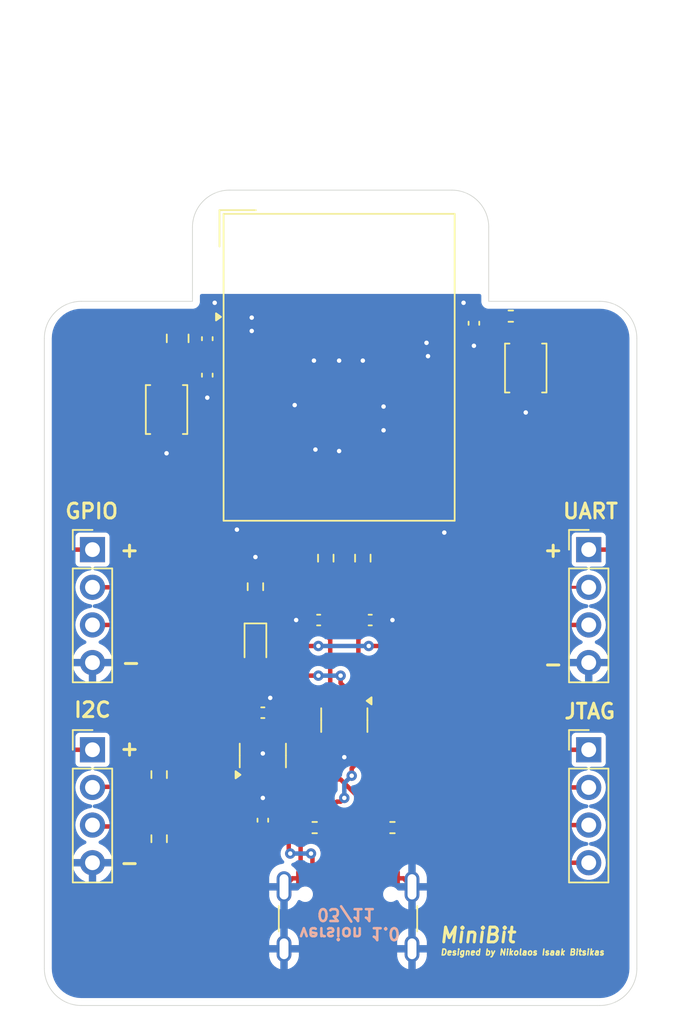
<source format=kicad_pcb>
(kicad_pcb (version 20240108) (generator "pcbnew") (generator_version "8.0")
  (title_block (title "MiniBit PCB") (date "2024-11-03") (rev "1.0") (company "Nikolaos Isaak Bitsikas"))
  (layers (0 "F.Cu" signal) (31 "B.Cu" signal) (34 "B.Paste" user) (35 "F.Paste" user) (36 "B.SilkS" user "B.Silkscreen") (37 "F.SilkS" user "F.Silkscreen") (38 "B.Mask" user) (39 "F.Mask" user) (44 "Edge.Cuts" user))
  (net 0 "")
  (net 1 "GND")
  (net 2 "+3.3V")
  (net 3 "RESET")
  (net 4 "BOOT")
  (net 5 "VBUS")
  (net 6 "USB_D-")
  (net 7 "USB_D+")
  (net 8 "Net-(D1-K)")
  (net 9 "+5V")
  (net 10 "D-")
  (net 11 "D+")
  (net 12 "Net-(J5-CC1)")
  (net 14 "TX")
  (net 15 "RX")
  (net 16 "TDI")
  (net 17 "TDO")
  (net 18 "TMS")
  (net 19 "TCK")
  (net 20 "SDA")
  (net 21 "SCL")
  (net 22 "IO4")
  (net 23 "IO5")
  (net 24 "Net-(J5-CC2)")
  (net 53 "/USB_N")
  (net 54 "/USB_P")
  (footprint "Button_Switch_SMD:SW_SPST_B3U-1000P" (layer "F.Cu") (at 136.25 78.05625 90)
    (property "Reference" "SW2")
    (property "Value" "SW_SPST")
  )
  (footprint "Capacitor_SMD:C_0402_1005Metric" (layer "F.Cu") (at 150 92.25625)
    (property "Reference" "C8")
    (property "Value" "10nF")
  )
  (footprint "Package_TO_SOT_SMD:SOT-23-6" (layer "F.Cu") (at 148.25 99.00625 -90)
    (property "Reference" "U2")
    (property "Value" "USBLC6-2SC6")
  )
  (footprint "Button_Switch_SMD:SW_SPST_B3U-1000P" (layer "F.Cu") (at 160.5 75.25625 90)
    (property "Reference" "SW1")
    (property "Value" "SW_SPST")
  )
  (footprint "Connector_PinHeader_2.54mm:PinHeader_1x04_P2.54mm_Vertical" (layer "F.Cu") (at 131.25 101.00625)
    (property "Reference" "J1")
    (property "Value" "Conn_01x04_Pin")
  )
  (footprint "Fuse:Fuse_0402_1005Metric" (layer "F.Cu") (at 144.5 106.27125 90)
    (property "Reference" "F1")
    (property "Value" "500mA")
  )
  (footprint "Capacitor_SMD:C_0402_1005Metric" (layer "F.Cu") (at 142.75 98.50625)
    (property "Reference" "C6")
    (property "Value" "1μF")
  )
  (footprint "Resistor_SMD:R_0402_1005Metric" (layer "F.Cu") (at 146.25 106.25625)
    (property "Reference" "R3")
    (property "Value" "5.1k")
  )
  (footprint "Capacitor_SMD:C_0402_1005Metric" (layer "F.Cu") (at 139 75.73625 -90)
    (property "Reference" "C4")
    (property "Value" "0.1μF")
  )
  (footprint "Connector_PinHeader_2.54mm:PinHeader_1x04_P2.54mm_Vertical" (layer "F.Cu") (at 164.75 101.00625)
    (property "Reference" "J3")
    (property "Value" "Conn_01x04_Pin")
  )
  (footprint "Capacitor_SMD:C_0402_1005Metric" (layer "F.Cu") (at 157 72.23625 -90)
    (property "Reference" "C3")
    (property "Value" "0.1μF")
  )
  (footprint "Capacitor_SMD:C_0805_2012Metric" (layer "F.Cu") (at 137 73.25625 90)
    (property "Reference" "C2")
    (property "Value" "22μF")
  )
  (footprint "Connector_PinHeader_2.54mm:PinHeader_1x04_P2.54mm_Vertical" (layer "F.Cu") (at 131.25 87.50625)
    (property "Reference" "J4")
    (property "Value" "Conn_01x04_Pin")
  )
  (footprint "Capacitor_SMD:C_0402_1005Metric" (layer "F.Cu") (at 142.75 105.75625 90)
    (property "Reference" "C5")
    (property "Value" "1μF")
  )
  (footprint "Capacitor_SMD:C_0402_1005Metric" (layer "F.Cu") (at 139 73.27625 90)
    (property "Reference" "C1")
    (property "Value" "0.1μF")
  )
  (footprint "Resistor_SMD:R_0402_1005Metric" (layer "F.Cu") (at 159.49 71.75625 180)
    (property "Reference" "R1")
    (property "Value" "10k")
  )
  (footprint "Resistor_SMD:R_0603_1608Metric" (layer "F.Cu") (at 135.75 107.00625 90)
    (property "Reference" "R8")
    (property "Value" "1k5")
  )
  (footprint "Resistor_SMD:R_0603_1608Metric" (layer "F.Cu") (at 147 88.08125 -90)
    (property "Reference" "R5")
    (property "Value" "22R")
  )
  (footprint "Package_TO_SOT_SMD:SOT-23-5" (layer "F.Cu") (at 142.75 101.39375 90)
    (property "Reference" "U3")
    (property "Value" "AP2112K-3.3")
  )
  (footprint "Capacitor_SMD:C_0402_1005Metric" (layer "F.Cu") (at 146.52 92.25625 180)
    (property "Reference" "C7")
    (property "Value" "10nF")
  )
  (footprint "Resistor_SMD:R_0603_1608Metric" (layer "F.Cu") (at 135.75 102.68125 -90)
    (property "Reference" "R7")
    (property "Value" "1k5")
  )
  (footprint "RF_Module:ESP32-S2-MINI-1" (layer "F.Cu") (at 147.9 75.20625)
    (property "Reference" "U1")
    (property "Value" "ESP32-S3-MINI-1")
  )
  (footprint "Resistor_SMD:R_0402_1005Metric" (layer "F.Cu") (at 151.5 106.25625 180)
    (property "Reference" "R4")
    (property "Value" "5.1k")
  )
  (footprint "LED_SMD:LED_0603_1608Metric" (layer "F.Cu") (at 142.25 93.96875 -90)
    (property "Reference" "D1")
    (property "Value" "Red LED")
  )
  (footprint "Resistor_SMD:R_0603_1608Metric" (layer "F.Cu") (at 142.25 90.00625 90)
    (property "Reference" "R2")
    (property "Value" "100R")
  )
  (footprint "Connector_PinHeader_2.54mm:PinHeader_1x04_P2.54mm_Vertical" (layer "F.Cu") (at 164.75 87.50625)
    (property "Reference" "J2")
    (property "Value" "Conn_01x04_Pin")
  )
  (footprint "Connector_USB:USB_C_Receptacle_GCT_USB4105-xx-A_16P_TopMnt_Horizontal" (layer "F.Cu") (at 148.5 113.35625)
    (property "Reference" "J5")
    (property "Value" "USB_C_Receptacle_USB2.0_16P")
  )
  (footprint "Resistor_SMD:R_0603_1608Metric" (layer "F.Cu") (at 149.5 88.08125 -90)
    (property "Reference" "R6")
    (property "Value" "22R")
  )
  (gr_line (start 130.5 118.25625) (end 165.5 118.25625) (stroke (width 0.05)) (layer "Edge.Cuts"))
  (gr_line (start 138 70.75625) (end 138 65.75625) (stroke (width 0.05)) (layer "Edge.Cuts"))
  (gr_arc (start 130.5 118.25625) (mid 128.732233 117.524017) (end 128 115.75625) (stroke (width 0.05)) (layer "Edge.Cuts"))
  (gr_line (start 158 70.75625) (end 165.5 70.75625) (stroke (width 0.05)) (layer "Edge.Cuts"))
  (gr_line (start 168 73.25625) (end 168 115.75625) (stroke (width 0.05)) (layer "Edge.Cuts"))
  (gr_line (start 158 70.75625) (end 158 65.75625) (stroke (width 0.05)) (layer "Edge.Cuts"))
  (gr_arc (start 155.5 63.25625) (mid 157.267767 63.988483) (end 158 65.75625) (stroke (width 0.05)) (layer "Edge.Cuts"))
  (gr_arc (start 128 73.25625) (mid 128.732233 71.488483) (end 130.5 70.75625) (stroke (width 0.05)) (layer "Edge.Cuts"))
  (gr_arc (start 165.5 70.75625) (mid 167.267767 71.488483) (end 168 73.25625) (stroke (width 0.05)) (layer "Edge.Cuts"))
  (gr_line (start 128 73.25625) (end 128 115.75625) (stroke (width 0.05)) (layer "Edge.Cuts"))
  (gr_arc (start 138 65.75625) (mid 138.732233 63.988483) (end 140.5 63.25625) (stroke (width 0.05)) (layer "Edge.Cuts"))
  (gr_line (start 130.5 70.75625) (end 138 70.75625) (stroke (width 0.05)) (layer "Edge.Cuts"))
  (gr_arc (start 168 115.75625) (mid 167.267767 117.524017) (end 165.5 118.25625) (stroke (width 0.05)) (layer "Edge.Cuts"))
  (gr_line (start 140.5 63.25625) (end 155.5 63.25625) (stroke (width 0.05)) (layer "Edge.Cuts"))
  (gr_text "version 1.0\n  03/11" (at 145.1 111.65 180) (layer "B.SilkS") (effects (font (size 0.8 0.8) (thickness 0.175) (bold yes)) (justify left bottom mirror)))
  (gr_text "I2C" (at 129.9 98.9 0) (layer "F.SilkS") (effects (font (size 1 1) (thickness 0.2)) (justify left bottom)))
  (gr_text "-" (at 133 109.2 0) (layer "F.SilkS") (effects (font (size 1 1) (thickness 0.2)) (justify left bottom)))
  (gr_text "GPIO" (at 129.3 85.5 0) (layer "F.SilkS") (effects (font (size 1 1) (thickness 0.2)) (justify left bottom)))
  (gr_text "+" (at 161.6 88.1 0) (layer "F.SilkS") (effects (font (size 1 1) (thickness 0.2)) (justify left bottom)))
  (gr_text "+" (at 133 88.1 0) (layer "F.SilkS") (effects (font (size 1 1) (thickness 0.2)) (justify left bottom)))
  (gr_text "+" (at 133 101.5 0) (layer "F.SilkS") (effects (font (size 1 1) (thickness 0.2)) (justify left bottom)))
  (gr_text "MiniBit" (at 154.6 114.1 0) (layer "F.SilkS") (effects (font (size 1 1) (thickness 0.2) (italic yes)) (justify left bottom)))
  (gr_text "JTAG" (at 163 99 0) (layer "F.SilkS") (effects (font (size 1 1) (thickness 0.2)) (justify left bottom)))
  (gr_text "UART" (at 162.9 85.5 0) (layer "F.SilkS") (effects (font (size 1 1) (thickness 0.2)) (justify left bottom)))
  (gr_text "Designed by Nikolaos Isaak Bitsikas" (at 154.7 114.9 0) (layer "F.SilkS") (effects (font (size 0.4 0.4) (thickness 0.1) (bold yes) (italic yes)) (justify left bottom)))
  (gr_text "-" (at 161.6 95.8 0) (layer "F.SilkS") (effects (font (size 1 1) (thickness 0.2)) (justify left bottom)))
  (gr_text "-" (at 133.1 95.7 0) (layer "F.SilkS") (effects (font (size 1 1) (thickness 0.2)) (justify left bottom)))
  (segment (start 151.7 109.67625) (end 151.7 107.80625) (width 0.3) (layer "F.Cu") (net 1))
  (segment (start 139.85 72.65625) (end 139.71 72.79625) (width 0.3) (layer "F.Cu") (net 1))
  (segment (start 138.54 72.79625) (end 138.05 72.30625) (width 0.3) (layer "F.Cu") (net 1))
  (segment (start 154.9 70.75625) (end 156.2 70.75625) (width 0.3) (layer "F.Cu") (net 1))
  (segment (start 142.25 89.18125) (end 142.25 88.00625) (width 0.3) (layer "F.Cu") (net 1))
  (segment (start 139 72.79625) (end 138.54 72.79625) (width 0.3) (layer "F.Cu") (net 1))
  (segment (start 140.9 70.75625) (end 139.6 70.75625) (width 0.3) (layer "F.Cu") (net 1))
  (segment (start 147.9 79.40625) (end 147.9 80.85625) (width 0.3) (layer "F.Cu") (net 1))
  (segment (start 149.55 74.80625) (end 149.5 74.75625) (width 0.3) (layer "F.Cu") (net 1))
  (segment (start 150.48 92.25625) (end 151.5 92.25625) (width 0.3) (layer "F.Cu") (net 1))
  (segment (start 140.9 72.65625) (end 139.85 72.65625) (width 0.3) (layer "F.Cu") (net 1))
  (segment (start 147.9 77.75625) (end 146.25 79.40625) (width 0.3) (layer "F.Cu") (net 1))
  (segment (start 146.25 74.80625) (end 146.2 74.75625) (width 0.3) (layer "F.Cu") (net 1))
  (segment (start 152.245 109.67625) (end 152.82 110.25125) (width 0.3) (layer "F.Cu") (net 1))
  (segment (start 154.9 74.35625) (end 154 74.35625) (width 0.3) (layer "F.Cu") (net 1))
  (segment (start 153.85 73.50625) (end 153.8 73.55625) (width 0.3) (layer "F.Cu") (net 1))
  (segment (start 146.25 79.40625) (end 146.25 80.70625) (width 0.3) (layer "F.Cu") (net 1))
  (segment (start 149.55 76.10625) (end 149.55 74.80625) (width 0.3) (layer "F.Cu") (net 1))
  (segment (start 138.05 72.30625) (end 137 72.30625) (width 0.3) (layer "F.Cu") (net 1))
  (segment (start 141.95 71.80625) (end 142 71.85625) (width 0.3) (layer "F.Cu") (net 1))
  (segment (start 153.85 70.75625) (end 141.95 70.75625) (width 0.3) (layer "F.Cu") (net 1))
  (segment (start 154 74.35625) (end 153.9 74.45625) (width 0.3) (layer "F.Cu") (net 1))
  (segment (start 145.3 106.55625) (end 145.6 106.25625) (width 0.3) (layer "F.Cu") (net 1))
  (segment (start 145.3 109.67625) (end 144.755 109.67625) (width 0.3) (layer "F.Cu") (net 1))
  (segment (start 139.6 70.75625) (end 139.5 70.85625) (width 0.3) (layer "F.Cu") (net 1))
  (segment (start 146.25 77.75625) (end 144.9 77.75625) (width 0.3) (layer "F.Cu") (net 1))
  (segment (start 152.01 107.49625) (end 152.01 106.25625) (width 0.3) (layer "F.Cu") (net 1))
  (segment (start 149.55 77.75625) (end 150.8 77.75625) (width 0.3) (layer "F.Cu") (net 1))
  (segment (start 145.3 109.67625) (end 145.3 106.55625) (width 0.3) (layer "F.Cu") (net 1))
  (segment (start 146.25 80.70625) (end 146.3 80.75625) (width 0.3) (layer "F.Cu") (net 1))
  (segment (start 140.9 72.65625) (end 141.9 72.65625) (width 0.3) (layer "F.Cu") (net 1))
  (segment (start 142 70.80625) (end 141.95 70.75625) (width 0.3) (layer "F.Cu") (net 1))
  (segment (start 140.9 84.75625) (end 140.9 86.05625) (width 0.3) (layer "F.Cu") (net 1))
  (segment (start 140.9 71.80625) (end 141.95 71.80625) (width 0.3) (layer "F.Cu") (net 1))
  (segment (start 139.71 72.79625) (end 139 72.79625) (width 0.3) (layer "F.Cu") (net 1))
  (segment (start 154.9 86.25625) (end 155 86.35625) (width 0.3) (layer "F.Cu") (net 1))
  (segment (start 144.755 109.67625) (end 144.18 110.25125) (width 0.3) (layer "F.Cu") (net 1))
  (segment (start 150.85 79.40625) (end 150.9 79.45625) (width 0.3) (layer "F.Cu") (net 1))
  (segment (start 151.7 109.67625) (end 152.245 109.67625) (width 0.3) (layer "F.Cu") (net 1))
  (segment (start 143.23 97.52625) (end 143.25 97.50625) (width 0.3) (layer "F.Cu") (net 1))
  (segment (start 160.5 76.95625) (end 160.5 78.25625) (width 0.3) (layer "F.Cu") (net 1))
  (segment (start 146.25 76.10625) (end 146.25 74.80625) (width 0.3) (layer "F.Cu") (net 1))
  (segment (start 147.9 76.10625) (end 147.9 74.75625) (width 0.3) (layer "F.Cu") (net 1))
  (segment (start 156.2 70.75625) (end 156.3 70.85625) (width 0.3) (layer "F.Cu") (net 1))
  (segment (start 151.7 107.80625) (end 152.01 107.49625) (width 0.3) (layer "F.Cu") (net 1))
  (segment (start 140.9 86.05625) (end 141 86.15625) (width 0.3) (layer "F.Cu") (net 1))
  (segment (start 141.9 72.65625) (end 142 72.75625) (width 0.3) (layer "F.Cu") (net 1))
  (segment (start 136.25 79.75625) (end 136.25 81.00625) (width 0.3) (layer "F.Cu") (net 1))
  (segment (start 150.8 77.75625) (end 150.9 77.85625) (width 0.3) (layer "F.Cu") (net 1))
  (segment (start 149.55 79.40625) (end 150.85 79.40625) (width 0.3) (layer "F.Cu") (net 1))
  (segment (start 148.25 100.14375) (end 148.25 101.50625) (width 0.3) (layer "F.Cu") (net 1))
  (segment (start 142 71.85625) (end 142 70.80625) (width 0.3) (layer "F.Cu") (net 1))
  (segment (start 157 72.71625) (end 157 73.75625) (width 0.3) (layer "F.Cu") (net 1))
  (segment (start 154.9 73.50625) (end 153.85 73.50625) (width 0.3) (layer "F.Cu") (net 1))
  (segment (start 154.9 84.75625) (end 154.9 86.25625) (width 0.3) (layer "F.Cu") (net 1))
  (segment (start 146.04 92.25625) (end 145 92.25625) (width 0.3) (layer "F.Cu") (net 1))
  (segment (start 145.6 106.25625) (end 145.74 106.25625) (width 0.3) (layer "F.Cu") (net 1))
  (segment (start 139 76.21625) (end 139 77.25625) (width 0.3) (layer "F.Cu") (net 1))
  (via (at 153.8 73.55625) (size 0.7) (drill 0.3) (layers "F.Cu" "B.Cu") (net 1))
  (via (at 144.9 77.75625) (size 0.7) (drill 0.3) (layers "F.Cu" "B.Cu") (net 1))
  (via (at 142.75 101.25625) (size 0.7) (drill 0.3) (layers "F.Cu" "B.Cu") (net 1))
  (via (at 160.5 78.25625) (size 0.7) (drill 0.3) (layers "F.Cu" "B.Cu") (net 1))
  (via (at 148.25 101.50625) (size 0.7) (drill 0.3) (layers "F.Cu" "B.Cu") (net 1))
  (via (at 139.5 70.85625) (size 0.7) (drill 0.3) (layers "F.Cu" "B.Cu") (net 1))
  (via (at 141 86.15625) (size 0.7) (drill 0.3) (layers "F.Cu" "B.Cu") (net 1))
  (via (at 156.3 70.85625) (size 0.7) (drill 0.3) (layers "F.Cu" "B.Cu") (net 1))
  (via (at 142.75 104.25625) (size 0.7) (drill 0.3) (layers "F.Cu" "B.Cu") (net 1))
  (via (at 136.25 81.00625) (size 0.7) (drill 0.3) (layers "F.Cu" "B.Cu") (net 1))
  (via (at 145 92.25625) (size 0.7) (drill 0.3) (layers "F.Cu" "B.Cu") (net 1))
  (via (at 142.25 88.00625) (size 0.7) (drill 0.3) (layers "F.Cu" "B.Cu") (net 1))
  (via (at 142 71.85625) (size 0.7) (drill 0.3) (layers "F.Cu" "B.Cu") (net 1))
  (via (at 147.9 80.85625) (size 0.7) (drill 0.3) (layers "F.Cu" "B.Cu") (net 1))
  (via (at 149.5 74.75625) (size 0.7) (drill 0.3) (layers "F.Cu" "B.Cu") (net 1))
  (via (at 150.9 77.85625) (size 0.7) (drill 0.3) (layers "F.Cu" "B.Cu") (net 1))
  (via (at 155 86.35625) (size 0.7) (drill 0.3) (layers "F.Cu" "B.Cu") (net 1))
  (via (at 157 73.75625) (size 0.7) (drill 0.3) (layers "F.Cu" "B.Cu") (net 1))
  (via (at 139 77.25625) (size 0.7) (drill 0.3) (layers "F.Cu" "B.Cu") (net 1))
  (via (at 143.25 97.50625) (size 0.7) (drill 0.3) (layers "F.Cu" "B.Cu") (net 1))
  (via (at 153.9 74.45625) (size 0.7) (drill 0.3) (layers "F.Cu" "B.Cu") (net 1))
  (via (at 146.2 74.75625) (size 0.7) (drill 0.3) (layers "F.Cu" "B.Cu") (net 1))
  (via (at 151.5 92.25625) (size 0.7) (drill 0.3) (layers "F.Cu" "B.Cu") (net 1))
  (via (at 147.9 74.75625) (size 0.7) (drill 0.3) (layers "F.Cu" "B.Cu") (net 1))
  (via (at 142 72.75625) (size 0.7) (drill 0.3) (layers "F.Cu" "B.Cu") (net 1))
  (via (at 146.3 80.75625) (size 0.7) (drill 0.3) (layers "F.Cu" "B.Cu") (net 1))
  (via (at 150.9 79.45625) (size 0.7) (drill 0.3) (layers "F.Cu" "B.Cu") (net 1))
  (segment (start 139 73.75625) (end 138.5 74.25625) (width 0.3) (layer "F.Cu") (net 2))
  (segment (start 142.27 98.98625) (end 142.27 98.50625) (width 0.3) (layer "F.Cu") (net 2))
  (segment (start 145 94.75625) (end 145.75 94.00625) (width 0.3) (layer "F.Cu") (net 2))
  (segment (start 142.27 98.50625) (end 142.27 96.52625) (width 0.3) (layer "F.Cu") (net 2))
  (segment (start 129.5 76.50625) (end 129.5 84.25625) (width 0.3) (layer "F.Cu") (net 2))
  (segment (start 129.5 111.50625) (end 134 111.50625) (width 0.3) (layer "F.Cu") (net 2))
  (segment (start 129.5 84.25625) (end 128.75 85.00625) (width 0.3) (layer "F.Cu") (net 2))
  (segment (start 128.75 99.00625) (end 128.75 101.00625) (width 0.3) (layer "F.Cu") (net 2))
  (segment (start 129.75 98.00625) (end 128.75 99.00625) (width 0.3) (layer "F.Cu") (net 2))
  (segment (start 140.9 73.50625) (end 139.75 73.50625) (width 0.3) (layer "F.Cu") (net 2))
  (segment (start 139.75 73.50625) (end 139.5 73.75625) (width 0.3) (layer "F.Cu") (net 2))
  (segment (start 166.75 87.50625) (end 167.25 88.00625) (width 0.3) (layer "F.Cu") (net 2))
  (segment (start 142.27 96.52625) (end 142.25 96.50625) (width 0.3) (layer "F.Cu") (net 2))
  (segment (start 128.75 87.75625) (end 129 87.50625) (width 0.3) (layer "F.Cu") (net 2))
  (segment (start 128.75 97.00625) (end 128.75 87.75625) (width 0.3) (layer "F.Cu") (net 2))
  (segment (start 167.25 85.00625) (end 166.25 84.00625) (width 0.3) (layer "F.Cu") (net 2))
  (segment (start 135.5 98.00625) (end 129.75 98.00625) (width 0.3) (layer "F.Cu") (net 2))
  (segment (start 139 109.75625) (end 140.5 108.25625) (width 0.3) (layer "F.Cu") (net 2))
  (segment (start 167.25 88.00625) (end 167.25 111.25625) (width 0.3) (layer "F.Cu") (net 2))
  (segment (start 163.5 71.75625) (end 160 71.75625) (width 0.3) (layer "F.Cu") (net 2))
  (segment (start 129.75 98.00625) (end 128.75 97.00625) (width 0.3) (layer "F.Cu") (net 2))
  (segment (start 128.75 85.00625) (end 128.75 87.75625) (width 0.3) (layer "F.Cu") (net 2))
  (segment (start 167.25 111.25625) (end 161.15625 111.25625) (width 0.3) (layer "F.Cu") (net 2))
  (segment (start 166.25 74.50625) (end 163.5 71.75625) (width 0.3) (layer "F.Cu") (net 2))
  (segment (start 140.5 99.00625) (end 141 98.50625) (width 0.3) (layer "F.Cu") (net 2))
  (segment (start 141.8 99.45625) (end 142.27 98.98625) (width 0.3) (layer "F.Cu") (net 2))
  (segment (start 137 74.20625) (end 131.8 74.20625) (width 0.3) (layer "F.Cu") (net 2))
  (segment (start 135.75 101.85625) (end 135.75 98.25625) (width 0.3) (layer "F.Cu") (net 2))
  (segment (start 135.75 109.75625) (end 135.75 107.83125) (width 0.3) (layer "F.Cu") (net 2))
  (segment (start 139.5 73.75625) (end 139 73.75625) (width 0.3) (layer "F.Cu") (net 2))
  (segment (start 164.75 87.50625) (end 166.75 87.50625) (width 0.3) (layer "F.Cu") (net 2))
  (segment (start 128.75 110.75625) (end 129.5 111.50625) (width 0.3) (layer "F.Cu") (net 2))
  (segment (start 131.8 74.20625) (end 129.5 76.50625) (width 0.3) (layer "F.Cu") (net 2))
  (segment (start 161.15625 111.25625) (end 156.6 106.7) (width 0.3) (layer "F.Cu") (net 2))
  (segment (start 128.75 101.00625) (end 131.25 101.00625) (width 0.3) (layer "F.Cu") (net 2))
  (segment (start 137.05 74.25625) (end 137 74.20625) (width 0.3) (layer "F.Cu") (net 2))
  (segment (start 143.25 96.50625) (end 144.25 95.50625) (width 0.3) (layer "F.Cu") (net 2))
  (segment (start 156.6 97.60625) (end 153 94.00625) (width 0.3) (layer "F.Cu") (net 2))
  (segment (start 142.25 96.50625) (end 143.25 96.50625) (width 0.3) (layer "F.Cu") (net 2))
  (segment (start 135.75 98.25625) (end 135.5 98.00625) (width 0.3) (layer "F.Cu") (net 2))
  (segment (start 129 87.50625) (end 131.25 87.50625) (width 0.3) (layer "F.Cu") (net 2))
  (segment (start 135.75 109.75625) (end 139 109.75625) (width 0.3) (layer "F.Cu") (net 2))
  (segment (start 166.25 84.00625) (end 166.25 74.50625) (width 0.3) (layer "F.Cu") (net 2))
  (segment (start 142.25 96.50625) (end 142.25 94.75625) (width 0.3) (layer "F.Cu") (net 2))
  (segment (start 134.125 111.38125) (end 135.75 109.75625) (width 0.3) (layer "F.Cu") (net 2))
  (segment (start 134 111.50625) (end 134.125 111.38125) (width 0.3) (layer "F.Cu") (net 2))
  (segment (start 167.25 88.00625) (end 167.25 85.00625) (width 0.3) (layer "F.Cu") (net 2))
  (segment (start 156.6 106.7) (end 156.6 97.60625) (width 0.3) (layer "F.Cu") (net 2))
  (segment (start 128.75 101.00625) (end 128.75 110.75625) (width 0.3) (layer "F.Cu") (net 2))
  (segment (start 153 94.00625) (end 149.9 94.00625) (width 0.3) (layer "F.Cu") (net 2))
  (segment (start 140.5 108.25625) (end 140.5 99.00625) (width 0.3) (layer "F.Cu") (net 2))
  (segment (start 138.5 74.25625) (end 137.05 74.25625) (width 0.3) (layer "F.Cu") (net 2))
  (segment (start 145.75 94.00625) (end 146.5 94.00625) (width 0.3) (layer "F.Cu") (net 2))
  (segment (start 141 98.50625) (end 142.27 98.50625) (width 0.3) (layer "F.Cu") (net 2))
  (segment (start 144.25 95.50625) (end 145 94.75625) (width 0.3) (layer "F.Cu") (net 2))
  (segment (start 141.8 100.25625) (end 141.8 99.45625) (width 0.3) (layer "F.Cu") (net 2))
  (via (at 149.9 94.00625) (size 0.7) (drill 0.3) (layers "F.Cu" "B.Cu") (net 2))
  (via (at 146.5 94.00625) (size 0.7) (drill 0.3) (layers "F.Cu" "B.Cu") (net 2))
  (segment (start 146.5 94.00625) (end 149.9 94.00625) (width 0.3) (layer "B.Cu") (net 2))
  (segment (start 159.25 72.50625) (end 160 72.50625) (width 0.3) (layer "F.Cu") (net 3))
  (segment (start 154.9 71.80625) (end 158.93 71.80625) (width 0.3) (layer "F.Cu") (net 3))
  (segment (start 158.98 71.75625) (end 158.98 72.23625) (width 0.3) (layer "F.Cu") (net 3))
  (segment (start 158.98 72.23625) (end 159.25 72.50625) (width 0.3) (layer "F.Cu") (net 3))
  (segment (start 160.5 73.00625) (end 160.5 73.55625) (width 0.3) (layer "F.Cu") (net 3))
  (segment (start 160 72.50625) (end 160.5 73.00625) (width 0.3) (layer "F.Cu") (net 3))
  (segment (start 158.93 71.80625) (end 158.98 71.75625) (width 0.3) (layer "F.Cu") (net 3))
  (segment (start 139.75 75.00625) (end 139.5 75.25625) (width 0.3) (layer "F.Cu") (net 4))
  (segment (start 136.25 75.75625) (end 136.25 76.35625) (width 0.3) (layer "F.Cu") (net 4))
  (segment (start 136.75 75.25625) (end 136.25 75.75625) (width 0.3) (layer "F.Cu") (net 4))
  (segment (start 139.5 75.25625) (end 139 75.25625) (width 0.3) (layer "F.Cu") (net 4))
  (segment (start 140.15 74.35625) (end 139.75 74.75625) (width 0.3) (layer "F.Cu") (net 4))
  (segment (start 140.9 74.35625) (end 140.15 74.35625) (width 0.3) (layer "F.Cu") (net 4))
  (segment (start 139.75 74.75625) (end 139.75 75.00625) (width 0.3) (layer "F.Cu") (net 4))
  (segment (start 139 75.25625) (end 136.75 75.25625) (width 0.3) (layer "F.Cu") (net 4))
  (segment (start 143 107.50625) (end 142.75 107.25625) (width 0.3) (layer "F.Cu") (net 5))
  (segment (start 142.75 106.23625) (end 143.27 106.23625) (width 0.3) (layer "F.Cu") (net 5))
  (segment (start 150.5 110.60437) (end 150.5 111.25625) (width 0.3) (layer "F.Cu") (net 5))
  (segment (start 144.5 107.90625) (end 144.6 108.00625) (width 0.3) (layer "F.Cu") (net 5))
  (segment (start 142.75 107.25625) (end 142.75 106.23625) (width 0.3) (layer "F.Cu") (net 5))
  (segment (start 143.75 106.75625) (end 143 107.50625) (width 0.3) (layer "F.Cu") (net 5))
  (segment (start 142.75 106.23625) (end 141.48 106.23625) (width 0.3) (layer "F.Cu") (net 5))
  (segment (start 146.5 111.25625) (end 146.5 110.60437) (width 0.3) (layer "F.Cu") (net 5))
  (segment (start 146.1 110.20437) (end 146.1 109.67625) (width 0.3) (layer "F.Cu") (net 5))
  (segment (start 143.75 105.75625) (end 143.75 104.25625) (width 0.3) (layer "F.Cu") (net 5))
  (segment (start 150.9 109.67625) (end 150.9 110.20437) (width 0.3) (layer "F.Cu") (net 5))
  (segment (start 141.25 104.00625) (end 141.8 103.45625) (width 0.3) (layer "F.Cu") (net 5))
  (segment (start 146.1 109.67625) (end 146.1 108.10625) (width 0.3) (layer "F.Cu") (net 5))
  (segment (start 150.5 111.25625) (end 146.5 111.25625) (width 0.3) (layer "F.Cu") (net 5))
  (segment (start 146.1 108.10625) (end 146 108.00625) (width 0.3) (layer "F.Cu") (net 5))
  (segment (start 143.75 104.25625) (end 143.7 104.20625) (width 0.3) (layer "F.Cu") (net 5))
  (segment (start 141.48 106.23625) (end 141.25 106.00625) (width 0.3) (layer "F.Cu") (net 5))
  (segment (start 141.8 103.45625) (end 141.8 102.53125) (width 0.3) (layer "F.Cu") (net 5))
  (segment (start 143.7 104.20625) (end 143.7 102.53125) (width 0.3) (layer "F.Cu") (net 5))
  (segment (start 141.25 106.00625) (end 141.25 104.00625) (width 0.3) (layer "F.Cu") (net 5))
  (segment (start 143.27 106.23625) (end 143.75 105.75625) (width 0.3) (layer "F.Cu") (net 5))
  (segment (start 150.9 110.20437) (end 150.5 110.60437) (width 0.3) (layer "F.Cu") (net 5))
  (segment (start 144.5 106.75625) (end 143.75 106.75625) (width 0.3) (layer "F.Cu") (net 5))
  (segment (start 146.5 110.60437) (end 146.1 110.20437) (width 0.3) (layer "F.Cu") (net 5))
  (segment (start 144.5 106.75625) (end 144.5 107.90625) (width 0.3) (layer "F.Cu") (net 5))
  (via (at 146 108.00625) (size 0.7) (drill 0.3) (layers "F.Cu" "B.Cu") (net 5))
  (via (at 144.6 108.00625) (size 0.7) (drill 0.3) (layers "F.Cu" "B.Cu") (net 5))
  (segment (start 146 108.00625) (end 144.6 108.00625) (width 0.3) (layer "B.Cu") (net 5))
  (segment (start 147 93.25625) (end 147.3 93.55625) (width 0.3) (layer "F.Cu") (net 6))
  (segment (start 147 92.25625) (end 147 88.90625) (width 0.3) (layer "F.Cu") (net 6))
  (segment (start 147 92.25625) (end 147 93.25625) (width 0.3) (layer "F.Cu") (net 6))
  (segment (start 147.3 93.55625) (end 147.3 97.86875) (width 0.3) (layer "F.Cu") (net 6))
  (segment (start 149.52 92.08) (end 149.5 92.06) (width 0.3) (layer "F.Cu") (net 7))
  (segment (start 149.2 93.55625) (end 149.2 97.86875) (width 0.3) (layer "F.Cu") (net 7))
  (segment (start 149.5 92.06) (end 149.5 88.90625) (width 0.3) (layer "F.Cu") (net 7))
  (segment (start 149.52 92.25625) (end 149.52 93.23625) (width 0.3) (layer "F.Cu") (net 7))
  (segment (start 149.52 92.25625) (end 149.52 92.08) (width 0.3) (layer "F.Cu") (net 7))
  (segment (start 149.52 93.23625) (end 149.2 93.55625) (width 0.3) (layer "F.Cu") (net 7))
  (segment (start 142.25 93.18125) (end 142.25 90.83125) (width 0.3) (layer "F.Cu") (net 8))
  (segment (start 144.5 104.50625) (end 145 104.00625) (width 0.3) (layer "F.Cu") (net 9))
  (segment (start 145 96.50625) (end 145.5 96.00625) (width 0.3) (layer "F.Cu") (net 9))
  (segment (start 148.25 96.75625) (end 148.25 97.86875) (width 0.3) (layer "F.Cu") (net 9))
  (segment (start 145.5 96.00625) (end 146.5 96.00625) (width 0.3) (layer "F.Cu") (net 9))
  (segment (start 148 96.50625) (end 148.25 96.75625) (width 0.3) (layer "F.Cu") (net 9))
  (segment (start 145 104.00625) (end 145 96.50625) (width 0.3) (layer "F.Cu") (net 9))
  (segment (start 148 96.00625) (end 148 96.50625) (width 0.3) (layer "F.Cu") (net 9))
  (segment (start 144.5 105.78625) (end 144.5 104.50625) (width 0.3) (layer "F.Cu") (net 9))
  (via (at 148 96.00625) (size 0.7) (drill 0.3) (layers "F.Cu" "B.Cu") (net 9))
  (via (at 146.5 96.00625) (size 0.7) (drill 0.3) (layers "F.Cu" "B.Cu") (net 9))
  (segment (start 146.5 96.00625) (end 148 96.00625) (width 0.3) (layer "B.Cu") (net 9))
  (segment (start 147.3 101.45625) (end 147.3 100.14375) (width 0.3) (layer "F.Cu") (net 10))
  (segment (start 147.75 109.67625) (end 147.75 107.50625) (width 0.3) (layer "F.Cu") (net 10))
  (segment (start 147.75 107.50625) (end 147.5 107.25625) (width 0.3) (layer "F.Cu") (net 10))
  (segment (start 149.25 105.00625) (end 149.25 104.25625) (width 0.3) (layer "F.Cu") (net 10))
  (segment (start 147.5 105.50625) (end 147 105.00625) (width 0.3) (layer "F.Cu") (net 10))
  (segment (start 149.25 104.25625) (end 148 103.00625) (width 0.3) (layer "F.Cu") (net 10))
  (segment (start 149 105.25625) (end 149.25 105.00625) (width 0.3) (layer "F.Cu") (net 10))
  (segment (start 147 101.75625) (end 147.3 101.45625) (width 0.3) (layer "F.Cu") (net 10))
  (segment (start 147 105.00625) (end 147 103.00625) (width 0.3) (layer "F.Cu") (net 10))
  (segment (start 147 103.00625) (end 147 101.75625) (width 0.3) (layer "F.Cu") (net 10))
  (segment (start 148.75 107.25625) (end 149 107.00625) (width 0.3) (layer "F.Cu") (net 10))
  (segment (start 149 107.00625) (end 149 105.25625) (width 0.3) (layer "F.Cu") (net 10))
  (segment (start 147.5 107.25625) (end 147.5 105.50625) (width 0.3) (layer "F.Cu") (net 10))
  (segment (start 148 103.00625) (end 147 103.00625) (width 0.3) (layer "F.Cu") (net 10))
  (segment (start 148.75 109.67625) (end 148.75 107.25625) (width 0.3) (layer "F.Cu") (net 10))
  (segment (start 149.25 109.67625) (end 149.25 107.50625) (width 0.3) (layer "F.Cu") (net 11))
  (segment (start 148 105.25625) (end 147.5 104.75625) (width 0.3) (layer "F.Cu") (net 11))
  (segment (start 148.75 102.75625) (end 148.75 102.25625) (width 0.3) (layer "F.Cu") (net 11))
  (segment (start 149.2 101.20625) (end 149.2 100.14375) (width 0.3) (layer "F.Cu") (net 11))
  (segment (start 148 107.00625) (end 148 105.25625) (width 0.3) (layer "F.Cu") (net 11))
  (segment (start 149.5 107.25625) (end 149.5 105.50625) (width 0.3) (layer "F.Cu") (net 11))
  (segment (start 149.75 105.25625) (end 149.75 101.75625) (width 0.3) (layer "F.Cu") (net 11))
  (segment (start 148.75 102.25625) (end 149.5 101.50625) (width 0.3) (layer "F.Cu") (net 11))
  (segment (start 149.5 105.50625) (end 149.75 105.25625) (width 0.3) (layer "F.Cu") (net 11))
  (segment (start 149.25 107.50625) (end 149.5 107.25625) (width 0.3) (layer "F.Cu") (net 11))
  (segment (start 148.25 109.67625) (end 148.25 107.25625) (width 0.3) (layer "F.Cu") (net 11))
  (segment (start 148.25 107.25625) (end 148 107.00625) (width 0.3) (layer "F.Cu") (net 11))
  (segment (start 149.5 101.50625) (end 149.2 101.20625) (width 0.3) (layer "F.Cu") (net 11))
  (segment (start 149.75 101.75625) (end 149.5 101.50625) (width 0.3) (layer "F.Cu") (net 11))
  (segment (start 148 104.50625) (end 148.25 104.25625) (width 0.3) (layer "F.Cu") (net 11))
  (segment (start 147.5 104.75625) (end 147.75 104.50625) (width 0.3) (layer "F.Cu") (net 11))
  (segment (start 147.75 104.50625) (end 148 104.50625) (width 0.3) (layer "F.Cu") (net 11))
  (via (at 148.25 104.25625) (size 0.7) (drill 0.3) (layers "F.Cu" "B.Cu") (net 11))
  (via (at 148.75 102.75625) (size 0.7) (drill 0.3) (layers "F.Cu" "B.Cu") (net 11))
  (segment (start 148.25 103.25625) (end 148.75 102.75625) (width 0.3) (layer "B.Cu") (net 11))
  (segment (start 148.25 104.25625) (end 148.25 103.25625) (width 0.3) (layer "B.Cu") (net 11))
  (segment (start 147.25 109.67625) (end 147.25 108.25625) (width 0.3) (layer "F.Cu") (net 12))
  (segment (start 146.76 107.76625) (end 146.76 106.25625) (width 0.3) (layer "F.Cu") (net 12))
  (segment (start 147.25 108.25625) (end 146.76 107.76625) (width 0.3) (layer "F.Cu") (net 12))
  (segment (start 156.65 76.90625) (end 161 81.25625) (width 0.3) (layer "F.Cu") (net 14))
  (segment (start 161 91.75625) (end 161.83 92.58625) (width 0.3) (layer "F.Cu") (net 14))
  (segment (start 161 81.25625) (end 161 91.75625) (width 0.3) (layer "F.Cu") (net 14))
  (segment (start 161.83 92.58625) (end 164.75 92.58625) (width 0.3) (layer "F.Cu") (net 14))
  (segment (start 154.9 76.90625) (end 156.65 76.90625) (width 0.3) (layer "F.Cu") (net 14))
  (segment (start 161.75 89.75625) (end 162.04 90.04625) (width 0.2) (layer "F.Cu") (net 15))
  (segment (start 154.9 76.05625) (end 156.55 76.05625) (width 0.2) (layer "F.Cu") (net 15))
  (segment (start 161.75 81.25625) (end 161.75 89.75625) (width 0.2) (layer "F.Cu") (net 15))
  (segment (start 162.04 90.04625) (end 164.75 90.04625) (width 0.2) (layer "F.Cu") (net 15))
  (segment (start 156.55 76.05625) (end 161.75 81.25625) (width 0.2) (layer "F.Cu") (net 15))
  (segment (start 158.25 103.50625) (end 160.83 106.08625) (width 0.3) (layer "F.Cu") (net 16))
  (segment (start 154.9 79.45625) (end 155.6 79.45625) (width 0.3) (layer "F.Cu") (net 16))
  (segment (start 155.6 79.45625) (end 158.25 82.10625) (width 0.3) (layer "F.Cu") (net 16))
  (segment (start 158.25 82.10625) (end 158.25 103.50625) (width 0.3) (layer "F.Cu") (net 16))
  (segment (start 160.83 106.08625) (end 164.75 106.08625) (width 0.3) (layer "F.Cu") (net 16))
  (segment (start 155.6 78.60625) (end 159 82.00625) (width 0.3) (layer "F.Cu") (net 17))
  (segment (start 159 101.75625) (end 160.79 103.54625) (width 0.3) (layer "F.Cu") (net 17))
  (segment (start 160.79 103.54625) (end 164.75 103.54625) (width 0.3) (layer "F.Cu") (net 17))
  (segment (start 154.9 78.60625) (end 155.6 78.60625) (width 0.3) (layer "F.Cu") (net 17))
  (segment (start 159 82.00625) (end 159 101.75625) (width 0.3) (layer "F.Cu") (net 17))
  (segment (start 155.35 80.30625) (end 157.5 82.45625) (width 0.3) (layer "F.Cu") (net 18))
  (segment (start 154.9 80.30625) (end 155.35 80.30625) (width 0.3) (layer "F.Cu") (net 18))
  (segment (start 157.5 82.45625) (end 157.5 105.50625) (width 0.3) (layer "F.Cu") (net 18))
  (segment (start 157.5 105.50625) (end 160.62 108.62625) (width 0.3) (layer "F.Cu") (net 18))
  (segment (start 160.62 108.62625) (end 164.75 108.62625) (width 0.3) (layer "F.Cu") (net 18))
  (segment (start 159.75 81.90625) (end 159.75 99.25625) (width 0.3) (layer "F.Cu") (net 19))
  (segment (start 161.5 101.00625) (end 164.75 101.00625) (width 0.3) (layer "F.Cu") (net 19))
  (segment (start 155.6 77.75625) (end 159.75 81.90625) (width 0.3) (layer "F.Cu") (net 19))
  (segment (start 154.9 77.75625) (end 155.6 77.75625) (width 0.3) (layer "F.Cu") (net 19))
  (segment (start 159.75 99.25625) (end 161.5 101.00625) (width 0.3) (layer "F.Cu") (net 19))
  (segment (start 140.9 81.15625) (end 139.85 81.15625) (width 0.3) (layer "F.Cu") (net 20))
  (segment (start 139 102.00625) (end 137.5 103.50625) (width 0.3) (layer "F.Cu") (net 20))
  (segment (start 135.75 103.50625) (end 131.29 103.50625) (width 0.3) (layer "F.Cu") (net 20))
  (segment (start 139.85 81.15625) (end 139 82.00625) (width 0.3) (layer "F.Cu") (net 20))
  (segment (start 131.29 103.50625) (end 131.25 103.54625) (width 0.3) (layer "F.Cu") (net 20))
  (segment (start 139 82.00625) (end 139 102.00625) (width 0.3) (layer "F.Cu") (net 20))
  (segment (start 137.5 103.50625) (end 135.75 103.50625) (width 0.3) (layer "F.Cu") (net 20))
  (segment (start 138.325 106.18125) (end 135.75 106.18125) (width 0.3) (layer "F.Cu") (net 21))
  (segment (start 135.75 106.18125) (end 131.345 106.18125) (width 0.3) (layer "F.Cu") (net 21))
  (segment (start 139.75 104.75625) (end 138.325 106.18125) (width 0.3) (layer "F.Cu") (net 21))
  (segment (start 140.9 82.00625) (end 140 82.00625) (width 0.3) (layer "F.Cu") (net 21))
  (segment (start 140 82.00625) (end 139.75 82.25625) (width 0.3) (layer "F.Cu") (net 21))
  (segment (start 131.345 106.18125) (end 131.25 106.08625) (width 0.3) (layer "F.Cu") (net 21))
  (segment (start 139.75 82.25625) (end 139.75 104.75625) (width 0.3) (layer "F.Cu") (net 21))
  (segment (start 134.21 90.04625) (end 131.25 90.04625) (width 0.3) (layer "F.Cu") (net 22))
  (segment (start 134.5 84.50625) (end 134.5 89.75625) (width 0.3) (layer "F.Cu") (net 22))
  (segment (start 140.9 77.75625) (end 139.75 77.75625) (width 0.3) (layer "F.Cu") (net 22))
  (segment (start 134.5 89.75625) (end 134.21 90.04625) (width 0.3) (layer "F.Cu") (net 22))
  (segment (start 138.25 79.25625) (end 138.25 80.75625) (width 0.3) (layer "F.Cu") (net 22))
  (segment (start 139.75 77.75625) (end 138.25 79.25625) (width 0.3) (layer "F.Cu") (net 22))
  (segment (start 138.25 80.75625) (end 134.5 84.50625) (width 0.3) (layer "F.Cu") (net 22))
  (segment (start 135.25 92.00625) (end 134.67 92.58625) (width 0.3) (layer "F.Cu") (net 23))
  (segment (start 135.25 84.799143) (end 135.25 92.00625) (width 0.3) (layer "F.Cu") (net 23))
  (segment (start 134.67 92.58625) (end 131.25 92.58625) (width 0.3) (layer "F.Cu") (net 23))
  (segment (start 139 81.049144) (end 138.999999 81.049144) (width 0.3) (layer "F.Cu") (net 23))
  (segment (start 138.999999 81.049144) (end 135.25 84.799143) (width 0.3) (layer "F.Cu") (net 23))
  (segment (start 139.9 78.60625) (end 139 79.50625) (width 0.3) (layer "F.Cu") (net 23))
  (segment (start 140.9 78.60625) (end 139.9 78.60625) (width 0.3) (layer "F.Cu") (net 23))
  (segment (start 139 79.50625) (end 139 81.049144) (width 0.3) (layer "F.Cu") (net 23))
  (segment (start 150.25 109.67625) (end 150.25 108.50625) (width 0.3) (layer "F.Cu") (net 24))
  (segment (start 150.25 108.50625) (end 150.99 107.76625) (width 0.3) (layer "F.Cu") (net 24))
  (segment (start 150.99 107.76625) (end 150.99 106.25625) (width 0.3) (layer "F.Cu") (net 24))
  (segment (start 147.9 85.5) (end 147.9 84.75625) (width 0.3) (layer "F.Cu") (net 53))
  (segment (start 147 86.4) (end 147.9 85.5) (width 0.3) (layer "F.Cu") (net 53))
  (segment (start 147 87.25625) (end 147 86.4) (width 0.3) (layer "F.Cu") (net 53))
  (segment (start 149.5 87.25625) (end 149.5 86.4) (width 0.3) (layer "F.Cu") (net 54))
  (segment (start 148.75 85.65) (end 148.75 84.75625) (width 0.3) (layer "F.Cu") (net 54))
  (segment (start 149.5 86.4) (end 148.75 85.65) (width 0.3) (layer "F.Cu") (net 54))
  (zone (net 1) (net_name "GND") (layer "F.Cu") (priority 1) (connect_pads yes (clearance 0.3)) (min_thickness 0.25) (fill yes (thermal_gap 0.5) (thermal_bridge_width 0.5))
    (polygon (pts (xy 143.9 97.05625) (xy 143.9 99.15625) (xy 143.3 99.15625) (xy 143.3 101.05625) (xy 143.5 101.05625) (xy 143.5 101.75625) (xy 143.3 101.75625) (xy 143.3 105.55625) (xy 143 105.55625) (xy 143 105.75625) (xy 142.5 105.75625) (xy 142.5 105.55625) (xy 142.1 105.55625) (xy 142.1 103.75625) (xy 142.2 103.75625) (xy 142.2 99.55625) (xy 142.5 99.55625) (xy 142.5 99.05625) (xy 143 99.05625) (xy 143 98.85625) (xy 142.9 98.75625) (xy 142.7 98.75625) (xy 142.7 98.25625) (xy 142.9 98.25625) (xy 143 98.15625) (xy 142.9 97.95625) (xy 142.7 97.95625) (xy 142.7 97.05625)))
  )
  (zone (net 1) (net_name "GND") (layer "B.Cu") (connect_pads (clearance 0.3)) (min_thickness 0.25) (fill yes (thermal_gap 0.5) (thermal_bridge_width 0.5))
    (polygon (pts (xy 126.25 70.25625) (xy 169.5 70.25625) (xy 169.5 119.25625) (xy 126.25 119.50625)))
  )
)
</source>
